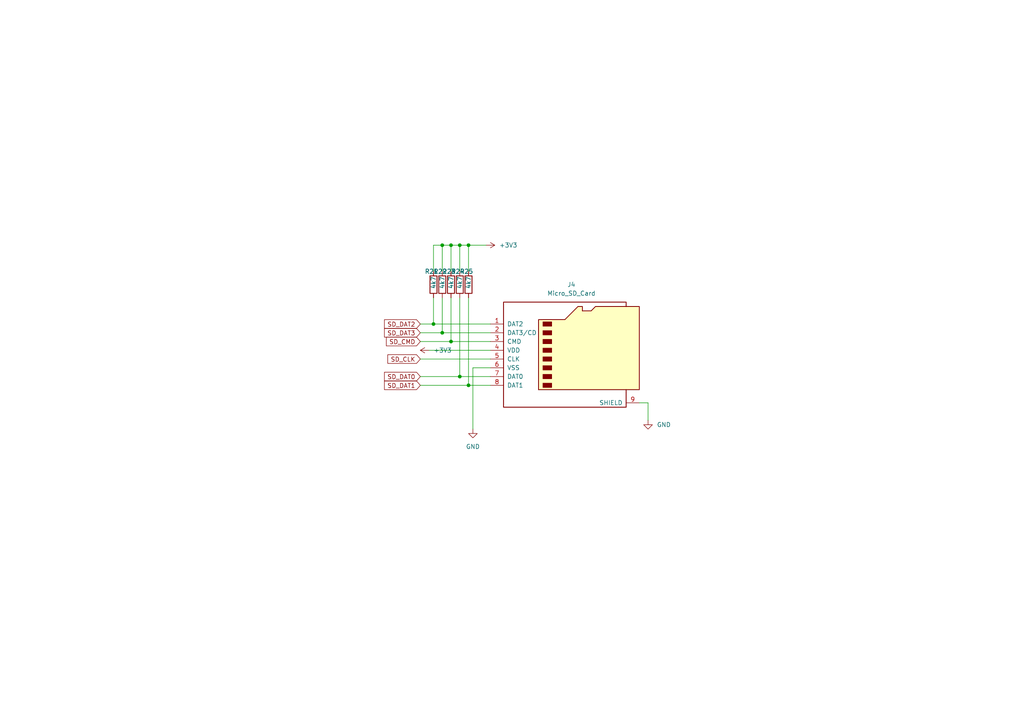
<source format=kicad_sch>
(kicad_sch (version 20211123) (generator eeschema)
  (paper "A4")
  (lib_symbols
    (symbol "Connector:Micro_SD_Card" (pin_names (offset 1.016))
      (property "Reference" "J" (at -16.51 15.24 0))
      (property "Value" "Micro_SD_Card" (at 16.51 15.24 0))
      (symbol "Micro_SD_Card_0_1"
        (rectangle (start -7.62 -9.525) (end -5.08 -10.795) (fill (type outline)))
        (rectangle (start -7.62 -6.985) (end -5.08 -8.255) (fill (type outline)))
        (rectangle (start -7.62 -4.445) (end -5.08 -5.715) (fill (type outline)))
        (rectangle (start -7.62 -1.905) (end -5.08 -3.175) (fill (type outline)))
        (rectangle (start -7.62 0.635) (end -5.08 -0.635) (fill (type outline)))
        (rectangle (start -7.62 3.175) (end -5.08 1.905) (fill (type outline)))
        (rectangle (start -7.62 5.715) (end -5.08 4.445) (fill (type outline)))
        (rectangle (start -7.62 8.255) (end -5.08 6.985) (fill (type outline)))
        (polyline (pts (xy 16.51 12.7) (xy 16.51 13.97) (xy -19.05 13.97) (xy -19.05 -16.51) (xy 16.51 -16.51) (xy 16.51 -11.43)) (stroke (width 0.254)))
        (polyline (pts (xy -8.89 -11.43) (xy -8.89 8.89) (xy -1.27 8.89) (xy 2.54 12.7) (xy 3.81 12.7) (xy 3.81 11.43) (xy 6.35 11.43) (xy 7.62 12.7) (xy 20.32 12.7) (xy 20.32 -11.43) (xy -8.89 -11.43)) (stroke (width 0.254)) (fill (type background)))
      )
      (symbol "Micro_SD_Card_1_1"
        (pin bidirectional line (at -22.86 7.62 0) (length 3.81) (name "DAT2") (number "1"))
        (pin bidirectional line (at -22.86 5.08 0) (length 3.81) (name "DAT3/CD") (number "2"))
        (pin input line (at -22.86 2.54 0) (length 3.81) (name "CMD") (number "3"))
        (pin power_in line (at -22.86 0 0) (length 3.81) (name "VDD") (number "4"))
        (pin input line (at -22.86 -2.54 0) (length 3.81) (name "CLK") (number "5"))
        (pin power_in line (at -22.86 -5.08 0) (length 3.81) (name "VSS") (number "6"))
        (pin bidirectional line (at -22.86 -7.62 0) (length 3.81) (name "DAT0") (number "7"))
        (pin bidirectional line (at -22.86 -10.16 0) (length 3.81) (name "DAT1") (number "8"))
        (pin passive line (at 20.32 -15.24 180) (length 3.81) (name "SHIELD") (number "9"))
      )
    )
    (symbol "Device:R" (pin_numbers hide) (pin_names (offset 0))
      (property "Reference" "R" (at 2.032 0 90))
      (property "Value" "R" (at 0 0 90))
      (symbol "R_0_1"
        (rectangle (start -1.016 -2.54) (end 1.016 2.54) (stroke (width 0.254)))
      )
      (symbol "R_1_1"
        (pin passive line (at 0 3.81 270) (length 1.27) (name "~") (number "1"))
        (pin passive line (at 0 -3.81 90) (length 1.27) (name "~") (number "2"))
      )
    )
    (symbol "power:+3.3V" (power) (pin_names (offset 0))
      (property "Value" "+3.3V" (at 0 3.556 0))
      (symbol "+3.3V_0_1"
        (polyline (pts (xy -0.762 1.27) (xy 0 2.54)))
        (polyline (pts (xy 0 0) (xy 0 2.54)))
        (polyline (pts (xy 0 2.54) (xy 0.762 1.27)))
      )
      (symbol "+3.3V_1_1"
        (pin power_in line (at 0 0 90) (length 0) hide (name "+3V3") (number "1"))
      )
    )
    (symbol "power:GND" (power) (pin_names (offset 0))
      (property "Value" "GND" (at 0 -3.81 0))
      (symbol "GND_0_1"
        (polyline (pts (xy 0 0) (xy 0 -1.27) (xy 1.27 -1.27) (xy 0 -2.54) (xy -1.27 -1.27) (xy 0 -1.27)))
      )
      (symbol "GND_1_1"
        (pin power_in line (at 0 0 270) (length 0) hide (name "GND") (number "1"))
      )
    )
  )
  (junction (at 125.73 93.98))
  (junction (at 133.35 109.22))
  (junction (at 135.89 111.76))
  (junction (at 133.35 71.12))
  (junction (at 130.81 99.06))
  (junction (at 128.27 71.12))
  (junction (at 130.81 71.12))
  (junction (at 128.27 96.52))
  (junction (at 135.89 71.12))
  (wire (pts (xy 133.35 71.12) (xy 130.81 71.12)))
  (wire (pts (xy 133.35 86.36) (xy 133.35 109.22)))
  (wire (pts (xy 185.42 116.84) (xy 187.96 116.84)))
  (wire (pts (xy 121.92 104.14) (xy 142.24 104.14)))
  (wire (pts (xy 128.27 71.12) (xy 128.27 78.74)))
  (wire (pts (xy 135.89 86.36) (xy 135.89 111.76)))
  (wire (pts (xy 133.35 109.22) (xy 142.24 109.22)))
  (wire (pts (xy 130.81 99.06) (xy 142.24 99.06)))
  (wire (pts (xy 128.27 71.12) (xy 125.73 71.12)))
  (wire (pts (xy 130.81 71.12) (xy 130.81 78.74)))
  (wire (pts (xy 135.89 71.12) (xy 133.35 71.12)))
  (wire (pts (xy 130.81 71.12) (xy 128.27 71.12)))
  (wire (pts (xy 187.96 116.84) (xy 187.96 121.92)))
  (wire (pts (xy 121.92 111.76) (xy 135.89 111.76)))
  (wire (pts (xy 130.81 86.36) (xy 130.81 99.06)))
  (wire (pts (xy 128.27 86.36) (xy 128.27 96.52)))
  (wire (pts (xy 121.92 93.98) (xy 125.73 93.98)))
  (wire (pts (xy 124.46 101.6) (xy 142.24 101.6)))
  (wire (pts (xy 128.27 96.52) (xy 142.24 96.52)))
  (wire (pts (xy 137.16 124.46) (xy 137.16 106.68)))
  (wire (pts (xy 137.16 106.68) (xy 142.24 106.68)))
  (wire (pts (xy 121.92 96.52) (xy 128.27 96.52)))
  (wire (pts (xy 125.73 71.12) (xy 125.73 78.74)))
  (wire (pts (xy 121.92 109.22) (xy 133.35 109.22)))
  (wire (pts (xy 133.35 71.12) (xy 133.35 78.74)))
  (wire (pts (xy 125.73 86.36) (xy 125.73 93.98)))
  (wire (pts (xy 140.97 71.12) (xy 135.89 71.12)))
  (wire (pts (xy 125.73 93.98) (xy 142.24 93.98)))
  (wire (pts (xy 135.89 71.12) (xy 135.89 78.74)))
  (wire (pts (xy 121.92 99.06) (xy 130.81 99.06)))
  (wire (pts (xy 135.89 111.76) (xy 142.24 111.76)))
  (global_label "SD_CLK" (shape input) (at 121.92 104.14 180) (property "Intersheet References" "${INTERSHEET_REFS}" (effects hide)))
  (global_label "SD_DAT1" (shape input) (at 121.92 111.76 180) (property "Intersheet References" "${INTERSHEET_REFS}" (effects hide)))
  (global_label "SD_DAT0" (shape input) (at 121.92 109.22 180) (property "Intersheet References" "${INTERSHEET_REFS}" (effects hide)))
  (global_label "SD_CMD" (shape input) (at 121.92 99.06 180) (property "Intersheet References" "${INTERSHEET_REFS}" (effects hide)))
  (global_label "SD_DAT3" (shape input) (at 121.92 96.52 180) (property "Intersheet References" "${INTERSHEET_REFS}" (effects hide)))
  (global_label "SD_DAT2" (shape input) (at 121.92 93.98 180) (property "Intersheet References" "${INTERSHEET_REFS}" (effects hide)))
  (symbol (lib_id "power:GND") (at 187.96 121.92 0) (mirror y) (unit 1)
    (property "Reference" "#PWR0166" (effects hide))
    (property "Value" "GND" (at 190.5 123.1899 0) (effects (justify right)))
  )
  (symbol (lib_id "Connector:Micro_SD_Card") (at 165.1 101.6 0) (unit 1)
    (property "Reference" "J4" (at 165.735 82.55 0))
    (property "Value" "Micro_SD_Card" (at 165.735 85.09 0))
    (property "Footprint" "Connector_Card:microSD_HC_Hirose_DM3D-SF" (effects hide))
    (property "Datasheet" "http://katalog.we-online.de/em/datasheet/693072010801.pdf" (effects hide))
  )
  (symbol (lib_id "Device:R") (at 133.35 82.55 0) (unit 1)
    (property "Reference" "R24" (at 130.81 78.74 0) (effects (justify left)))
    (property "Value" "4k7" (at 133.35 83.82 90) (effects (justify left)))
    (property "Footprint" "Resistor_SMD:R_0805_2012Metric_Pad1.20x1.40mm_HandSolder" (effects hide))
  )
  (symbol (lib_id "Device:R") (at 130.81 82.55 0) (unit 1)
    (property "Reference" "R23" (at 128.27 78.74 0) (effects (justify left)))
    (property "Value" "4k7" (at 130.81 83.82 90) (effects (justify left)))
    (property "Footprint" "Resistor_SMD:R_0805_2012Metric_Pad1.20x1.40mm_HandSolder" (effects hide))
  )
  (symbol (lib_id "Device:R") (at 125.73 82.55 0) (unit 1)
    (property "Reference" "R21" (at 123.19 78.74 0) (effects (justify left)))
    (property "Value" "4k7" (at 125.73 83.82 90) (effects (justify left)))
    (property "Footprint" "Resistor_SMD:R_0805_2012Metric_Pad1.20x1.40mm_HandSolder" (effects hide))
  )
  (symbol (lib_id "power:+3.3V") (at 124.46 101.6 90) (unit 1)
    (property "Reference" "#PWR0104" (effects hide))
    (property "Value" "+3.3V" (at 125.73 101.5999 90) (effects (justify right)))
  )
  (symbol (lib_id "Device:R") (at 128.27 82.55 0) (unit 1)
    (property "Reference" "R22" (at 125.73 78.74 0) (effects (justify left)))
    (property "Value" "4k7" (at 128.27 83.82 90) (effects (justify left)))
    (property "Footprint" "Resistor_SMD:R_0805_2012Metric_Pad1.20x1.40mm_HandSolder" (effects hide))
  )
  (symbol (lib_id "power:GND") (at 137.16 124.46 0) (unit 1)
    (property "Reference" "#PWR0165" (effects hide))
    (property "Value" "GND" (at 137.16 129.54 0))
  )
  (symbol (lib_id "Device:R") (at 135.89 82.55 0) (unit 1)
    (property "Reference" "R25" (at 133.35 78.74 0) (effects (justify left)))
    (property "Value" "4k7" (at 135.89 83.82 90) (effects (justify left)))
    (property "Footprint" "Resistor_SMD:R_0805_2012Metric_Pad1.20x1.40mm_HandSolder" (effects hide))
  )
  (symbol (lib_id "power:+3.3V") (at 140.97 71.12 270) (unit 1)
    (property "Reference" "#PWR0164" (effects hide))
    (property "Value" "+3.3V" (at 144.78 71.1199 90) (effects (justify left)))
  )
)
</source>
